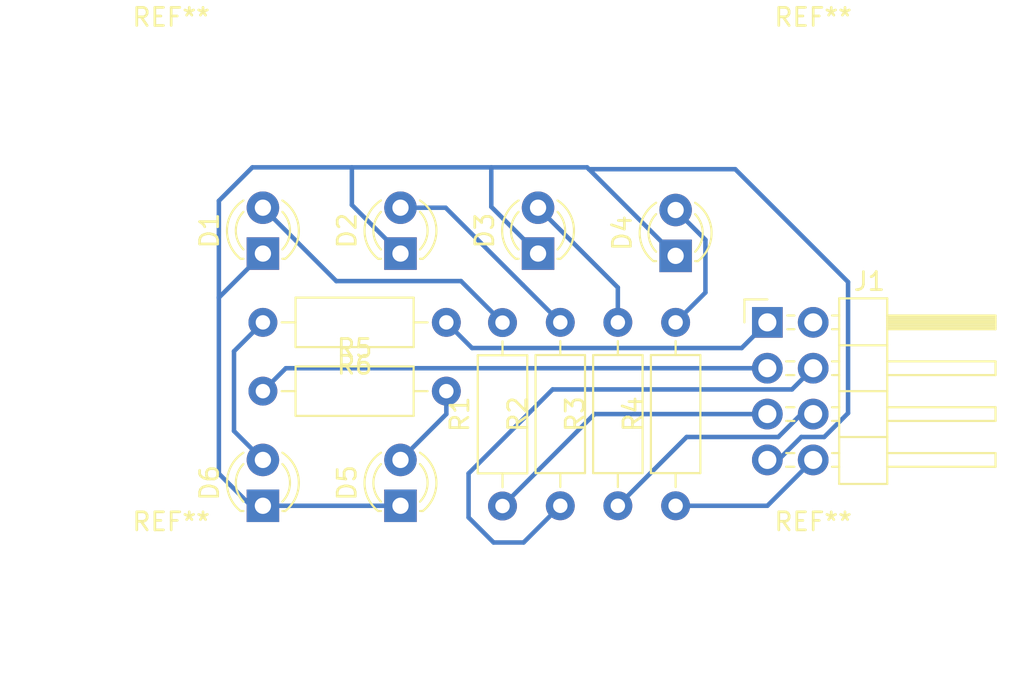
<source format=kicad_pcb>
(kicad_pcb (version 20211014) (generator pcbnew)
  (layers (0 "F.Cu" signal) (31 "B.Cu" signal) (34 "B.Paste" user) (35 "F.Paste" user) (36 "B.SilkS" user "B.Silkscreen") (37 "F.SilkS" user "F.Silkscreen") (38 "B.Mask" user) (39 "F.Mask" user) (44 "Edge.Cuts" user))
  (net 0 "")
  (net 1 "GNDD")
  (net 2 "Net-(D1-Pad2)")
  (net 3 "Net-(D2-Pad2)")
  (net 4 "Net-(D3-Pad2)")
  (net 5 "Net-(D4-Pad2)")
  (net 6 "Net-(D5-Pad2)")
  (net 7 "Net-(D6-Pad2)")
  (net 8 "PLAY")
  (net 9 "+3V3")
  (net 10 "MUTE")
  (net 11 "48")
  (net 12 "44.1")
  (net 13 "88.2")
  (net 14 "96")
  (footprint "LED_THT:LED_D3.0mm" (layer "F.Cu") (at 58.42 29.21 90)
    (fp_text reference "D1" (at 1.27 -2.96 90) (layer "F.SilkS"))
    (fp_text value "44.1")
    (fp_line (start -0.29 1.08) (end -0.29 1.236) (layer "F.SilkS") (width 0.12))
    (fp_line (start -0.29 -1.236) (end -0.29 -1.08) (layer "F.SilkS") (width 0.12))
    (fp_arc (start 0.229039 -1.08) (mid 1.270117 -1.5) (end 2.31113 -1.079837) (layer "F.SilkS") (width 0.12))
    (fp_arc (start 2.31113 1.079837) (mid 1.270117 1.5) (end 0.229039 1.08) (layer "F.SilkS") (width 0.12))
    (fp_arc (start -0.29 -1.235516) (mid 1.366487 -1.987659) (end 2.942335 -1.078608) (layer "F.SilkS") (width 0.12))
    (fp_arc (start 2.942335 1.078608) (mid 1.366487 1.987659) (end -0.29 1.235516) (layer "F.SilkS") (width 0.12))
    (pad "1" thru_hole rect locked (at 0 0 90) (size 1.8 1.8) (drill 0.9) (layers *.Cu *.Mask) (net 1 "GNDD"))
    (pad "2" thru_hole circle locked (at 2.54 0 90) (size 1.8 1.8) (drill 0.9) (layers *.Cu *.Mask) (net 2 "Net-(D1-Pad2)"))
  )
  (footprint "LED_THT:LED_D3.0mm" (layer "F.Cu") (at 66.04 29.21 90)
    (fp_text reference "D2" (at 1.27 -2.96 90) (layer "F.SilkS"))
    (fp_text value "48")
    (fp_line (start -0.29 1.08) (end -0.29 1.236) (layer "F.SilkS") (width 0.12))
    (fp_line (start -0.29 -1.236) (end -0.29 -1.08) (layer "F.SilkS") (width 0.12))
    (fp_arc (start 2.942335 1.078608) (mid 1.366487 1.987659) (end -0.29 1.235516) (layer "F.SilkS") (width 0.12))
    (fp_arc (start -0.29 -1.235516) (mid 1.366487 -1.987659) (end 2.942335 -1.078608) (layer "F.SilkS") (width 0.12))
    (fp_arc (start 0.229039 -1.08) (mid 1.270117 -1.5) (end 2.31113 -1.079837) (layer "F.SilkS") (width 0.12))
    (fp_arc (start 2.31113 1.079837) (mid 1.270117 1.5) (end 0.229039 1.08) (layer "F.SilkS") (width 0.12))
    (pad "1" thru_hole rect locked (at 0 0 90) (size 1.8 1.8) (drill 0.9) (layers *.Cu *.Mask) (net 1 "GNDD"))
    (pad "2" thru_hole circle locked (at 2.54 0 90) (size 1.8 1.8) (drill 0.9) (layers *.Cu *.Mask) (net 3 "Net-(D2-Pad2)"))
  )
  (footprint "LED_THT:LED_D3.0mm" (layer "F.Cu") (at 73.66 29.21 90)
    (fp_text reference "D3" (at 1.27 -2.96 90) (layer "F.SilkS"))
    (fp_text value "88.2")
    (fp_line (start -0.29 -1.236) (end -0.29 -1.08) (layer "F.SilkS") (width 0.12))
    (fp_line (start -0.29 1.08) (end -0.29 1.236) (layer "F.SilkS") (width 0.12))
    (fp_arc (start 2.31113 1.079837) (mid 1.270117 1.5) (end 0.229039 1.08) (layer "F.SilkS") (width 0.12))
    (fp_arc (start -0.29 -1.235516) (mid 1.366487 -1.987659) (end 2.942335 -1.078608) (layer "F.SilkS") (width 0.12))
    (fp_arc (start 0.229039 -1.08) (mid 1.270117 -1.5) (end 2.31113 -1.079837) (layer "F.SilkS") (width 0.12))
    (fp_arc (start 2.942335 1.078608) (mid 1.366487 1.987659) (end -0.29 1.235516) (layer "F.SilkS") (width 0.12))
    (pad "1" thru_hole rect locked (at 0 0 90) (size 1.8 1.8) (drill 0.9) (layers *.Cu *.Mask) (net 1 "GNDD"))
    (pad "2" thru_hole circle locked (at 2.54 0 90) (size 1.8 1.8) (drill 0.9) (layers *.Cu *.Mask) (net 4 "Net-(D3-Pad2)"))
  )
  (footprint "LED_THT:LED_D3.0mm" (layer "F.Cu") (at 81.28 29.337 90)
    (fp_text reference "D4" (at 1.27 -2.96 90) (layer "F.SilkS"))
    (fp_text value "96")
    (fp_line (start -0.29 -1.236) (end -0.29 -1.08) (layer "F.SilkS") (width 0.12))
    (fp_line (start -0.29 1.08) (end -0.29 1.236) (layer "F.SilkS") (width 0.12))
    (fp_arc (start 2.942335 1.078608) (mid 1.366487 1.987659) (end -0.29 1.235516) (layer "F.SilkS") (width 0.12))
    (fp_arc (start 0.229039 -1.08) (mid 1.270117 -1.5) (end 2.31113 -1.079837) (layer "F.SilkS") (width 0.12))
    (fp_arc (start -0.29 -1.235516) (mid 1.366487 -1.987659) (end 2.942335 -1.078608) (layer "F.SilkS") (width 0.12))
    (fp_arc (start 2.31113 1.079837) (mid 1.270117 1.5) (end 0.229039 1.08) (layer "F.SilkS") (width 0.12))
    (pad "1" thru_hole rect locked (at 0 0 90) (size 1.8 1.8) (drill 0.9) (layers *.Cu *.Mask) (net 1 "GNDD"))
    (pad "2" thru_hole circle locked (at 2.54 0 90) (size 1.8 1.8) (drill 0.9) (layers *.Cu *.Mask) (net 5 "Net-(D4-Pad2)"))
  )
  (footprint "LED_THT:LED_D3.0mm" (layer "F.Cu") (at 66.04 43.18 90)
    (fp_text reference "D5" (at 1.27 -2.96 90) (layer "F.SilkS"))
    (fp_text value "MUTE")
    (fp_line (start -0.29 1.08) (end -0.29 1.236) (layer "F.SilkS") (width 0.12))
    (fp_line (start -0.29 -1.236) (end -0.29 -1.08) (layer "F.SilkS") (width 0.12))
    (fp_arc (start 2.31113 1.079837) (mid 1.270117 1.5) (end 0.229039 1.08) (layer "F.SilkS") (width 0.12))
    (fp_arc (start 0.229039 -1.08) (mid 1.270117 -1.5) (end 2.31113 -1.079837) (layer "F.SilkS") (width 0.12))
    (fp_arc (start 2.942335 1.078608) (mid 1.366487 1.987659) (end -0.29 1.235516) (layer "F.SilkS") (width 0.12))
    (fp_arc (start -0.29 -1.235516) (mid 1.366487 -1.987659) (end 2.942335 -1.078608) (layer "F.SilkS") (width 0.12))
    (pad "1" thru_hole rect locked (at 0 0 90) (size 1.8 1.8) (drill 0.9) (layers *.Cu *.Mask) (net 1 "GNDD"))
    (pad "2" thru_hole circle locked (at 2.54 0 90) (size 1.8 1.8) (drill 0.9) (layers *.Cu *.Mask) (net 6 "Net-(D5-Pad2)"))
  )
  (footprint "LED_THT:LED_D3.0mm" (layer "F.Cu") (at 58.42 43.18 90)
    (fp_text reference "D6" (at 1.27 -2.96 90) (layer "F.SilkS"))
    (fp_text value "PLAY")
    (fp_line (start -0.29 1.08) (end -0.29 1.236) (layer "F.SilkS") (width 0.12))
    (fp_line (start -0.29 -1.236) (end -0.29 -1.08) (layer "F.SilkS") (width 0.12))
    (fp_arc (start 2.31113 1.079837) (mid 1.270117 1.5) (end 0.229039 1.08) (layer "F.SilkS") (width 0.12))
    (fp_arc (start -0.29 -1.235516) (mid 1.366487 -1.987659) (end 2.942335 -1.078608) (layer "F.SilkS") (width 0.12))
    (fp_arc (start 2.942335 1.078608) (mid 1.366487 1.987659) (end -0.29 1.235516) (layer "F.SilkS") (width 0.12))
    (fp_arc (start 0.229039 -1.08) (mid 1.270117 -1.5) (end 2.31113 -1.079837) (layer "F.SilkS") (width 0.12))
    (pad "1" thru_hole rect locked (at 0 0 90) (size 1.8 1.8) (drill 0.9) (layers *.Cu *.Mask) (net 1 "GNDD"))
    (pad "2" thru_hole circle locked (at 2.54 0 90) (size 1.8 1.8) (drill 0.9) (layers *.Cu *.Mask) (net 7 "Net-(D6-Pad2)"))
  )
  (footprint "Connector_PinHeader_2.54mm:PinHeader_2x04_P2.54mm_Horizontal" (layer "F.Cu") (at 86.36 33.02)
    (fp_text reference "J1" (at 5.655 -2.27) (layer "F.SilkS"))
    (fp_text value "Conn_02x04_Odd_Even")
    (fp_line (start 6.64 2.16) (end 12.64 2.16) (layer "F.SilkS") (width 0.12))
    (fp_line (start 12.64 5.46) (end 6.64 5.46) (layer "F.SilkS") (width 0.12))
    (fp_line (start 3.582929 8) (end 3.98 8) (layer "F.SilkS") (width 0.12))
    (fp_line (start 1.042929 8) (end 1.497071 8) (layer "F.SilkS") (width 0.12))
    (fp_line (start 3.98 -1.33) (end 3.98 8.95) (layer "F.SilkS") (width 0.12))
    (fp_line (start 6.64 0.16) (end 12.64 0.16) (layer "F.SilkS") (width 0.12))
    (fp_line (start 6.64 8.95) (end 6.64 -1.33) (layer "F.SilkS") (width 0.12))
    (fp_line (start 12.64 8) (end 6.64 8) (layer "F.SilkS") (width 0.12))
    (fp_line (start 1.11 0.38) (end 1.497071 0.38) (layer "F.SilkS") (width 0.12))
    (fp_line (start 3.98 8.95) (end 6.64 8.95) (layer "F.SilkS") (width 0.12))
    (fp_line (start 3.582929 2.16) (end 3.98 2.16) (layer "F.SilkS") (width 0.12))
    (fp_line (start 3.98 3.81) (end 6.64 3.81) (layer "F.SilkS") (width 0.12))
    (fp_line (start 3.582929 4.7) (end 3.98 4.7) (layer "F.SilkS") (width 0.12))
    (fp_line (start 12.64 7.24) (end 12.64 8) (layer "F.SilkS") (width 0.12))
    (fp_line (start 1.042929 2.92) (end 1.497071 2.92) (layer "F.SilkS") (width 0.12))
    (fp_line (start 3.98 6.35) (end 6.64 6.35) (layer "F.SilkS") (width 0.12))
    (fp_line (start 12.64 0.38) (end 6.64 0.38) (layer "F.SilkS") (width 0.12))
    (fp_line (start -1.27 -1.27) (end 0 -1.27) (layer "F.SilkS") (width 0.12))
    (fp_line (start 6.64 -0.08) (end 12.64 -0.08) (layer "F.SilkS") (width 0.12))
    (fp_line (start 6.64 7.24) (end 12.64 7.24) (layer "F.SilkS") (width 0.12))
    (fp_line (start 3.98 1.27) (end 6.64 1.27) (layer "F.SilkS") (width 0.12))
    (fp_line (start 6.64 -0.38) (end 12.64 -0.38) (layer "F.SilkS") (width 0.12))
    (fp_line (start 6.64 -1.33) (end 3.98 -1.33) (layer "F.SilkS") (width 0.12))
    (fp_line (start 3.582929 7.24) (end 3.98 7.24) (layer "F.SilkS") (width 0.12))
    (fp_line (start 6.64 4.7) (end 12.64 4.7) (layer "F.SilkS") (width 0.12))
    (fp_line (start 1.11 -0.38) (end 1.497071 -0.38) (layer "F.SilkS") (width 0.12))
    (fp_line (start 1.042929 4.7) (end 1.497071 4.7) (layer "F.SilkS") (width 0.12))
    (fp_line (start 12.64 -0.38) (end 12.64 0.38) (layer "F.SilkS") (width 0.12))
    (fp_line (start 1.042929 7.24) (end 1.497071 7.24) (layer "F.SilkS") (width 0.12))
    (fp_line (start 3.582929 5.46) (end 3.98 5.46) (layer "F.SilkS") (width 0.12))
    (fp_line (start 12.64 2.16) (end 12.64 2.92) (layer "F.SilkS") (width 0.12))
    (fp_line (start 6.64 0.04) (end 12.64 0.04) (layer "F.SilkS") (width 0.12))
    (fp_line (start 3.582929 0.38) (end 3.98 0.38) (layer "F.SilkS") (width 0.12))
    (fp_line (start 12.64 4.7) (end 12.64 5.46) (layer "F.SilkS") (width 0.12))
    (fp_line (start 6.64 -0.32) (end 12.64 -0.32) (layer "F.SilkS") (width 0.12))
    (fp_line (start 1.042929 2.16) (end 1.497071 2.16) (layer "F.SilkS") (width 0.12))
    (fp_line (start -1.27 0) (end -1.27 -1.27) (layer "F.SilkS") (width 0.12))
    (fp_line (start 6.64 0.28) (end 12.64 0.28) (layer "F.SilkS") (width 0.12))
    (fp_line (start 6.64 -0.2) (end 12.64 -0.2) (layer "F.SilkS") (width 0.12))
    (fp_line (start 12.64 2.92) (end 6.64 2.92) (layer "F.SilkS") (width 0.12))
    (fp_line (start 1.042929 5.46) (end 1.497071 5.46) (layer "F.SilkS") (width 0.12))
    (fp_line (start 3.582929 2.92) (end 3.98 2.92) (layer "F.SilkS") (width 0.12))
    (fp_line (start 3.582929 -0.38) (end 3.98 -0.38) (layer "F.SilkS") (width 0.12))
    (pad "1" thru_hole rect locked (at 0 0) (size 1.7 1.7) (drill 1) (layers *.Cu *.Mask) (net 8 "PLAY"))
    (pad "2" thru_hole oval locked (at 2.54 0) (size 1.7 1.7) (drill 1) (layers *.Cu *.Mask) (net 9 "+3V3"))
    (pad "3" thru_hole oval locked (at 0 2.54) (size 1.7 1.7) (drill 1) (layers *.Cu *.Mask) (net 10 "MUTE"))
    (pad "4" thru_hole oval locked (at 2.54 2.54) (size 1.7 1.7) (drill 1) (layers *.Cu *.Mask) (net 11 "48"))
    (pad "5" thru_hole oval locked (at 0 5.08) (size 1.7 1.7) (drill 1) (layers *.Cu *.Mask) (net 12 "44.1"))
    (pad "6" thru_hole oval locked (at 2.54 5.08) (size 1.7 1.7) (drill 1) (layers *.Cu *.Mask) (net 13 "88.2"))
    (pad "7" thru_hole oval locked (at 0 7.62) (size 1.7 1.7) (drill 1) (layers *.Cu *.Mask) (net 1 "GNDD"))
    (pad "8" thru_hole oval locked (at 2.54 7.62) (size 1.7 1.7) (drill 1) (layers *.Cu *.Mask) (net 14 "96"))
  )
  (footprint "Resistor_THT:R_Axial_DIN0207_L6.3mm_D2.5mm_P10.16mm_Horizontal" (layer "F.Cu") (at 71.6915 43.1927 90)
    (fp_text reference "R1" (at 5.08 -2.37 90) (layer "F.SilkS"))
    (fp_text value "R")
    (fp_line (start 1.04 0) (end 1.81 0) (layer "F.SilkS") (width 0.12))
    (fp_line (start 8.35 1.37) (end 8.35 -1.37) (layer "F.SilkS") (width 0.12))
    (fp_line (start 8.35 -1.37) (end 1.81 -1.37) (layer "F.SilkS") (width 0.12))
    (fp_line (start 9.12 0) (end 8.35 0) (layer "F.SilkS") (width 0.12))
    (fp_line (start 1.81 -1.37) (end 1.81 1.37) (layer "F.SilkS") (width 0.12))
    (fp_line (start 1.81 1.37) (end 8.35 1.37) (layer "F.SilkS") (width 0.12))
    (pad "1" thru_hole circle locked (at 0 0 90) (size 1.6 1.6) (drill 0.8) (layers *.Cu *.Mask) (net 12 "44.1"))
    (pad "2" thru_hole oval locked (at 10.16 0 90) (size 1.6 1.6) (drill 0.8) (layers *.Cu *.Mask) (net 2 "Net-(D1-Pad2)"))
  )
  (footprint "Resistor_THT:R_Axial_DIN0207_L6.3mm_D2.5mm_P10.16mm_Horizontal" (layer "F.Cu") (at 74.8919 43.18 90)
    (fp_text reference "R2" (at 5.08 -2.37 90) (layer "F.SilkS"))
    (fp_text value "R")
    (fp_line (start 1.81 1.37) (end 8.35 1.37) (layer "F.SilkS") (width 0.12))
    (fp_line (start 8.35 -1.37) (end 1.81 -1.37) (layer "F.SilkS") (width 0.12))
    (fp_line (start 9.12 0) (end 8.35 0) (layer "F.SilkS") (width 0.12))
    (fp_line (start 1.81 -1.37) (end 1.81 1.37) (layer "F.SilkS") (width 0.12))
    (fp_line (start 8.35 1.37) (end 8.35 -1.37) (layer "F.SilkS") (width 0.12))
    (fp_line (start 1.04 0) (end 1.81 0) (layer "F.SilkS") (width 0.12))
    (pad "1" thru_hole circle locked (at 0 0 90) (size 1.6 1.6) (drill 0.8) (layers *.Cu *.Mask) (net 11 "48"))
    (pad "2" thru_hole oval locked (at 10.16 0 90) (size 1.6 1.6) (drill 0.8) (layers *.Cu *.Mask) (net 3 "Net-(D2-Pad2)"))
  )
  (footprint "Resistor_THT:R_Axial_DIN0207_L6.3mm_D2.5mm_P10.16mm_Horizontal" (layer "F.Cu") (at 78.0796 43.18 90)
    (fp_text reference "R3" (at 5.08 -2.37 90) (layer "F.SilkS"))
    (fp_text value "R")
    (fp_line (start 1.81 1.37) (end 8.35 1.37) (layer "F.SilkS") (width 0.12))
    (fp_line (start 8.35 1.37) (end 8.35 -1.37) (layer "F.SilkS") (width 0.12))
    (fp_line (start 8.35 -1.37) (end 1.81 -1.37) (layer "F.SilkS") (width 0.12))
    (fp_line (start 1.04 0) (end 1.81 0) (layer "F.SilkS") (width 0.12))
    (fp_line (start 9.12 0) (end 8.35 0) (layer "F.SilkS") (width 0.12))
    (fp_line (start 1.81 -1.37) (end 1.81 1.37) (layer "F.SilkS") (width 0.12))
    (pad "1" thru_hole circle locked (at 0 0 90) (size 1.6 1.6) (drill 0.8) (layers *.Cu *.Mask) (net 13 "88.2"))
    (pad "2" thru_hole oval locked (at 10.16 0 90) (size 1.6 1.6) (drill 0.8) (layers *.Cu *.Mask) (net 4 "Net-(D3-Pad2)"))
  )
  (footprint "Resistor_THT:R_Axial_DIN0207_L6.3mm_D2.5mm_P10.16mm_Horizontal" (layer "F.Cu") (at 81.28 43.18 90)
    (fp_text reference "R4" (at 5.08 -2.37 90) (layer "F.SilkS"))
    (fp_text value "R")
    (fp_line (start 8.35 -1.37) (end 1.81 -1.37) (layer "F.SilkS") (width 0.12))
    (fp_line (start 8.35 1.37) (end 8.35 -1.37) (layer "F.SilkS") (width 0.12))
    (fp_line (start 9.12 0) (end 8.35 0) (layer "F.SilkS") (width 0.12))
    (fp_line (start 1.04 0) (end 1.81 0) (layer "F.SilkS") (width 0.12))
    (fp_line (start 1.81 -1.37) (end 1.81 1.37) (layer "F.SilkS") (width 0.12))
    (fp_line (start 1.81 1.37) (end 8.35 1.37) (layer "F.SilkS") (width 0.12))
    (pad "1" thru_hole circle locked (at 0 0 90) (size 1.6 1.6) (drill 0.8) (layers *.Cu *.Mask) (net 14 "96"))
    (pad "2" thru_hole oval locked (at 10.16 0 90) (size 1.6 1.6) (drill 0.8) (layers *.Cu *.Mask) (net 5 "Net-(D4-Pad2)"))
  )
  (footprint "Resistor_THT:R_Axial_DIN0207_L6.3mm_D2.5mm_P10.16mm_Horizontal" (layer "F.Cu") (at 58.42 36.83)
    (fp_text reference "R5" (at 5.08 -2.37) (layer "F.SilkS"))
    (fp_text value "R")
    (fp_line (start 8.35 1.37) (end 8.35 -1.37) (layer "F.SilkS") (width 0.12))
    (fp_line (start 1.81 1.37) (end 8.35 1.37) (layer "F.SilkS") (width 0.12))
    (fp_line (start 8.35 -1.37) (end 1.81 -1.37) (layer "F.SilkS") (width 0.12))
    (fp_line (start 1.04 0) (end 1.81 0) (layer "F.SilkS") (width 0.12))
    (fp_line (start 1.81 -1.37) (end 1.81 1.37) (layer "F.SilkS") (width 0.12))
    (fp_line (start 9.12 0) (end 8.35 0) (layer "F.SilkS") (width 0.12))
    (pad "1" thru_hole circle locked (at 0 0) (size 1.6 1.6) (drill 0.8) (layers *.Cu *.Mask) (net 10 "MUTE"))
    (pad "2" thru_hole oval locked (at 10.16 0) (size 1.6 1.6) (drill 0.8) (layers *.Cu *.Mask) (net 6 "Net-(D5-Pad2)"))
  )
  (footprint "Resistor_THT:R_Axial_DIN0207_L6.3mm_D2.5mm_P10.16mm_Horizontal" (layer "F.Cu") (at 68.58 33.02 180)
    (fp_text reference "R6" (at 5.08 -2.37) (layer "F.SilkS"))
    (fp_text value "R")
    (fp_line (start 1.81 1.37) (end 8.35 1.37) (layer "F.SilkS") (width 0.12))
    (fp_line (start 8.35 -1.37) (end 1.81 -1.37) (layer "F.SilkS") (width 0.12))
    (fp_line (start 8.35 1.37) (end 8.35 -1.37) (layer "F.SilkS") (width 0.12))
    (fp_line (start 1.04 0) (end 1.81 0) (layer "F.SilkS") (width 0.12))
    (fp_line (start 9.12 0) (end 8.35 0) (layer "F.SilkS") (width 0.12))
    (fp_line (start 1.81 -1.37) (end 1.81 1.37) (layer "F.SilkS") (width 0.12))
    (pad "1" thru_hole circle locked (at 0 0 180) (size 1.6 1.6) (drill 0.8) (layers *.Cu *.Mask) (net 8 "PLAY"))
    (pad "2" thru_hole oval locked (at 10.16 0 180) (size 1.6 1.6) (drill 0.8) (layers *.Cu *.Mask) (net 7 "Net-(D6-Pad2)"))
  )
  (footprint "MountingHole:MountingHole_3.2mm_M3" (layer "F.Cu") (at 53.34 48.26)
    (fp_text reference "REF**" (at 0 -4.2) (layer "F.SilkS"))
    (fp_text value "MountingHole_3.2mm_M3")
    (pad "" np_thru_hole circle locked (at 0 0) (size 3.2 3.2) (drill 3.2) (layers *.Cu *.Mask))
  )
  (footprint "MountingHole:MountingHole_3.2mm_M3" (layer "F.Cu") (at 53.34 20.32)
    (fp_text reference "REF**" (at 0 -4.2) (layer "F.SilkS"))
    (fp_text value "MountingHole_3.2mm_M3")
    (pad "" np_thru_hole circle locked (at 0 0) (size 3.2 3.2) (drill 3.2) (layers *.Cu *.Mask))
  )
  (footprint "MountingHole:MountingHole_3.2mm_M3" (layer "F.Cu") (at 88.9 20.32)
    (fp_text reference "REF**" (at 0 -4.2) (layer "F.SilkS"))
    (fp_text value "MountingHole_3.2mm_M3")
    (pad "" np_thru_hole circle locked (at 0 0) (size 3.2 3.2) (drill 3.2) (layers *.Cu *.Mask))
  )
  (footprint "MountingHole:MountingHole_3.2mm_M3" (layer "F.Cu") (at 88.9 48.26)
    (fp_text reference "REF**" (at 0 -4.2) (layer "F.SilkS"))
    (fp_text value "MountingHole_3.2mm_M3")
    (pad "" np_thru_hole circle locked (at 0 0) (size 3.2 3.2) (drill 3.2) (layers *.Cu *.Mask))
  )
  (segment (start 57.7596 43.18) (end 55.9816 41.402) (width 0.25) (layer "B.Cu") (net 1))
  (segment (start 57.8358 24.4348) (end 63.3476 24.4348) (width 0.25) (layer "B.Cu") (net 1))
  (segment (start 84.582 24.5364) (end 90.8304 30.7848) (width 0.25) (layer "B.Cu") (net 1))
  (segment (start 81.153 29.21) (end 81.28 29.337) (width 0.25) (layer "B.Cu") (net 1))
  (segment (start 73.66 29.21) (end 71.0692 26.6192) (width 0.25) (layer "B.Cu") (net 1))
  (segment (start 76.3778 24.4348) (end 76.4794 24.5364) (width 0.25) (layer "B.Cu") (net 1))
  (segment (start 66.04 29.21) (end 63.3476 26.5176) (width 0.25) (layer "B.Cu") (net 1))
  (segment (start 90.8304 38.0492) (end 89.5096 39.37) (width 0.25) (layer "B.Cu") (net 1))
  (segment (start 58.42 43.18) (end 66.04 43.18) (width 0.25) (layer "B.Cu") (net 1))
  (segment (start 76.4794 24.5364) (end 84.582 24.5364) (width 0.25) (layer "B.Cu") (net 1))
  (segment (start 58.42 43.18) (end 57.7596 43.18) (width 0.25) (layer "B.Cu") (net 1))
  (segment (start 88.2396 39.37) (end 86.9696 40.64) (width 0.25) (layer "B.Cu") (net 1))
  (segment (start 71.0692 26.6192) (end 71.0692 24.4348) (width 0.25) (layer "B.Cu") (net 1))
  (segment (start 55.9816 31.6484) (end 55.9816 26.289) (width 0.25) (layer "B.Cu") (net 1))
  (segment (start 89.5096 39.37) (end 88.2396 39.37) (width 0.25) (layer "B.Cu") (net 1))
  (segment (start 90.8304 30.7848) (end 90.8304 38.0492) (width 0.25) (layer "B.Cu") (net 1))
  (segment (start 55.9816 41.402) (end 55.9816 31.6484) (width 0.25) (layer "B.Cu") (net 1))
  (segment (start 71.0692 24.4348) (end 76.3778 24.4348) (width 0.25) (layer "B.Cu") (net 1))
  (segment (start 63.3476 26.5176) (end 63.3476 24.4348) (width 0.25) (layer "B.Cu") (net 1))
  (segment (start 86.9696 40.64) (end 86.36 40.64) (width 0.25) (layer "B.Cu") (net 1))
  (segment (start 76.4794 24.5364) (end 81.28 29.337) (width 0.25) (layer "B.Cu") (net 1))
  (segment (start 55.9816 31.6484) (end 58.42 29.21) (width 0.25) (layer "B.Cu") (net 1))
  (segment (start 63.3476 24.4348) (end 71.0692 24.4348) (width 0.25) (layer "B.Cu") (net 1))
  (segment (start 55.9816 26.289) (end 57.8358 24.4348) (width 0.25) (layer "B.Cu") (net 1))
  (segment (start 69.3928 30.734) (end 71.6915 33.0327) (width 0.25) (layer "B.Cu") (net 2))
  (segment (start 58.42 26.67) (end 62.484 30.734) (width 0.25) (layer "B.Cu") (net 2))
  (segment (start 62.484 30.734) (end 69.3928 30.734) (width 0.25) (layer "B.Cu") (net 2))
  (segment (start 68.5419 26.67) (end 72.8091 30.9372) (width 0.25) (layer "B.Cu") (net 3))
  (segment (start 66.04 26.67) (end 68.5419 26.67) (width 0.25) (layer "B.Cu") (net 3))
  (segment (start 72.8091 30.9372) (end 74.8919 33.02) (width 0.25) (layer "B.Cu") (net 3))
  (segment (start 78.0796 31.0896) (end 78.0796 33.02) (width 0.25) (layer "B.Cu") (net 4))
  (segment (start 73.66 26.67) (end 78.0796 31.0896) (width 0.25) (layer "B.Cu") (net 4))
  (segment (start 82.931 28.448) (end 82.931 31.369) (width 0.25) (layer "B.Cu") (net 5))
  (segment (start 82.931 31.369) (end 81.28 33.02) (width 0.25) (layer "B.Cu") (net 5))
  (segment (start 81.28 26.797) (end 82.931 28.448) (width 0.25) (layer "B.Cu") (net 5))
  (segment (start 68.58 38.1) (end 66.04 40.64) (width 0.25) (layer "B.Cu") (net 6))
  (segment (start 68.58 36.83) (end 68.58 38.1) (width 0.25) (layer "B.Cu") (net 6))
  (segment (start 58.42 33.02) (end 56.8198 34.6202) (width 0.25) (layer "B.Cu") (net 7))
  (segment (start 56.8198 34.6202) (end 56.8198 39.0398) (width 0.25) (layer "B.Cu") (net 7))
  (segment (start 56.8198 39.0398) (end 58.42 40.64) (width 0.25) (layer "B.Cu") (net 7))
  (segment (start 70.0024 34.4424) (end 84.9376 34.4424) (width 0.25) (layer "B.Cu") (net 8))
  (segment (start 68.58 33.02) (end 70.0024 34.4424) (width 0.25) (layer "B.Cu") (net 8))
  (segment (start 84.9376 34.4424) (end 86.36 33.02) (width 0.25) (layer "B.Cu") (net 8))
  (segment (start 59.69 35.56) (end 58.42 36.83) (width 0.25) (layer "B.Cu") (net 10))
  (segment (start 86.36 35.56) (end 59.69 35.56) (width 0.25) (layer "B.Cu") (net 10))
  (segment (start 88.9 35.56) (end 87.724999 36.735001) (width 0.25) (layer "B.Cu") (net 11))
  (segment (start 72.8599 45.212) (end 74.8919 43.18) (width 0.25) (layer "B.Cu") (net 11))
  (segment (start 71.1962 45.212) (end 72.8599 45.212) (width 0.25) (layer "B.Cu") (net 11))
  (segment (start 69.8119 43.8277) (end 71.1962 45.212) (width 0.25) (layer "B.Cu") (net 11))
  (segment (start 74.466199 36.735001) (end 69.8119 41.3893) (width 0.25) (layer "B.Cu") (net 11))
  (segment (start 87.724999 36.735001) (end 74.466199 36.735001) (width 0.25) (layer "B.Cu") (net 11))
  (segment (start 69.8119 41.3893) (end 69.8119 43.8277) (width 0.25) (layer "B.Cu") (net 11))
  (segment (start 86.36 38.1) (end 76.7842 38.1) (width 0.25) (layer "B.Cu") (net 12))
  (segment (start 76.7842 38.1) (end 71.6915 43.1927) (width 0.25) (layer "B.Cu") (net 12))
  (segment (start 86.9696 39.37) (end 81.8896 39.37) (width 0.25) (layer "B.Cu") (net 13))
  (segment (start 81.8896 39.37) (end 78.0796 43.18) (width 0.25) (layer "B.Cu") (net 13))
  (segment (start 88.2396 38.1) (end 86.9696 39.37) (width 0.25) (layer "B.Cu") (net 13))
  (segment (start 88.9 38.1) (end 88.2396 38.1) (width 0.25) (layer "B.Cu") (net 13))
  (segment (start 88.9 40.64) (end 86.36 43.18) (width 0.25) (layer "B.Cu") (net 14))
  (segment (start 86.36 43.18) (end 81.28 43.18) (width 0.25) (layer "B.Cu") (net 14))
)
</source>
